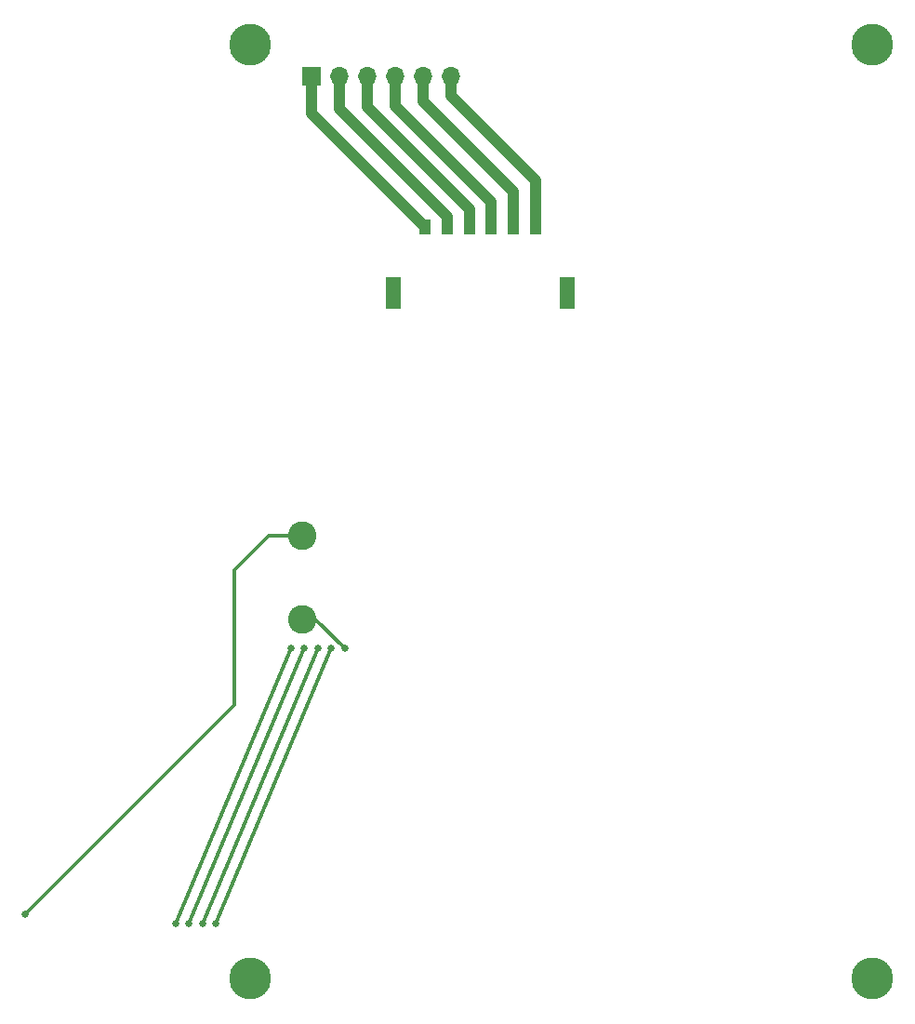
<source format=gbr>
%TF.GenerationSoftware,KiCad,Pcbnew,(6.0.5)*%
%TF.CreationDate,2022-08-19T16:14:06-07:00*%
%TF.ProjectId,Coil_Panels_Z,436f696c-5f50-4616-9e65-6c735f5a2e6b,rev?*%
%TF.SameCoordinates,Original*%
%TF.FileFunction,Copper,L6,Bot*%
%TF.FilePolarity,Positive*%
%FSLAX46Y46*%
G04 Gerber Fmt 4.6, Leading zero omitted, Abs format (unit mm)*
G04 Created by KiCad (PCBNEW (6.0.5)) date 2022-08-19 16:14:06*
%MOMM*%
%LPD*%
G01*
G04 APERTURE LIST*
%TA.AperFunction,ComponentPad*%
%ADD10C,2.600000*%
%TD*%
%TA.AperFunction,ConnectorPad*%
%ADD11C,3.800000*%
%TD*%
%TA.AperFunction,ComponentPad*%
%ADD12R,1.700000X1.700000*%
%TD*%
%TA.AperFunction,ComponentPad*%
%ADD13O,1.700000X1.700000*%
%TD*%
%TA.AperFunction,SMDPad,CuDef*%
%ADD14R,1.100000X1.450000*%
%TD*%
%TA.AperFunction,SMDPad,CuDef*%
%ADD15R,1.350000X2.900000*%
%TD*%
%TA.AperFunction,ViaPad*%
%ADD16C,0.650000*%
%TD*%
%TA.AperFunction,Conductor*%
%ADD17C,1.000000*%
%TD*%
%TA.AperFunction,Conductor*%
%ADD18C,0.306000*%
%TD*%
G04 APERTURE END LIST*
D10*
%TO.P,H1,1,1*%
%TO.N,unconnected-(H1-Pad1)*%
X119708000Y-136558000D03*
D11*
X119708000Y-136558000D03*
%TD*%
D10*
%TO.P,TP1,1,1*%
%TO.N,Coil_IN*%
X124500000Y-96190000D03*
%TO.P,TP1,2,2*%
X124500000Y-103810000D03*
%TD*%
D12*
%TO.P,J1,1,Pin_1*%
%TO.N,Net-(J1-Pad1)*%
X125310000Y-54370000D03*
D13*
%TO.P,J1,2,Pin_2*%
%TO.N,Net-(J1-Pad2)*%
X127850000Y-54370000D03*
%TO.P,J1,3,Pin_3*%
%TO.N,Net-(J1-Pad3)*%
X130390000Y-54370000D03*
%TO.P,J1,4,Pin_4*%
%TO.N,Net-(J1-Pad4)*%
X132930000Y-54370000D03*
%TO.P,J1,5,Pin_5*%
%TO.N,Net-(J1-Pad5)*%
X135470000Y-54370000D03*
%TO.P,J1,6,Pin_6*%
%TO.N,Net-(J1-Pad6)*%
X138010000Y-54370000D03*
%TD*%
D11*
%TO.P,H4,1,1*%
%TO.N,unconnected-(H4-Pad1)*%
X176382000Y-136558000D03*
D10*
X176382000Y-136558000D03*
%TD*%
D11*
%TO.P,H2,1,1*%
%TO.N,unconnected-(H2-Pad1)*%
X119708000Y-51558000D03*
D10*
X119708000Y-51558000D03*
%TD*%
%TO.P,H3,1,1*%
%TO.N,unconnected-(H3-Pad1)*%
X176382000Y-51558000D03*
D11*
X176382000Y-51558000D03*
%TD*%
D14*
%TO.P,J2,1,1*%
%TO.N,Net-(J1-Pad6)*%
X145680000Y-68120000D03*
%TO.P,J2,2,2*%
%TO.N,Net-(J1-Pad5)*%
X143680000Y-68120000D03*
%TO.P,J2,3,3*%
%TO.N,Net-(J1-Pad4)*%
X141680000Y-68120000D03*
%TO.P,J2,4,4*%
%TO.N,Net-(J1-Pad3)*%
X139680000Y-68120000D03*
%TO.P,J2,5,5*%
%TO.N,Net-(J1-Pad2)*%
X137680000Y-68120000D03*
%TO.P,J2,6,6*%
%TO.N,Net-(J1-Pad1)*%
X135680000Y-68120000D03*
D15*
%TO.P,J2,S1,SHIELD1*%
%TO.N,unconnected-(J2-PadS1)*%
X148575000Y-74095000D03*
%TO.P,J2,S2,SHIELD2*%
%TO.N,unconnected-(J2-PadS2)*%
X132785000Y-74095000D03*
%TD*%
D16*
%TO.N,Coil_IN*%
X124656000Y-106452799D03*
X125880000Y-106452799D03*
X112930000Y-131544800D03*
X128328000Y-106452799D03*
X115378000Y-131544800D03*
X116602000Y-131544800D03*
X99260000Y-130650000D03*
X114154000Y-131544800D03*
X123432000Y-106452799D03*
X127104000Y-106452799D03*
%TD*%
D17*
%TO.N,Net-(J1-Pad1)*%
X125310000Y-57750000D02*
X135680000Y-68120000D01*
X125310000Y-54370000D02*
X125310000Y-57750000D01*
%TO.N,Net-(J1-Pad2)*%
X137680000Y-67180000D02*
X127850000Y-57350000D01*
X127850000Y-57350000D02*
X127850000Y-54370000D01*
X137680000Y-68120000D02*
X137680000Y-67180000D01*
%TO.N,Net-(J1-Pad3)*%
X139680000Y-66510000D02*
X130390000Y-57220000D01*
X130390000Y-57220000D02*
X130390000Y-54370000D01*
X139680000Y-68120000D02*
X139680000Y-66510000D01*
%TO.N,Net-(J1-Pad4)*%
X141680000Y-68120000D02*
X141680000Y-65870000D01*
X141680000Y-65870000D02*
X132930000Y-57120000D01*
X132930000Y-57120000D02*
X132930000Y-54370000D01*
%TO.N,Net-(J1-Pad5)*%
X135470000Y-56690000D02*
X135470000Y-54370000D01*
X143680000Y-68120000D02*
X143680000Y-64900000D01*
X143680000Y-64900000D02*
X135470000Y-56690000D01*
%TO.N,Net-(J1-Pad6)*%
X145680000Y-68120000D02*
X145680000Y-63850000D01*
X145680000Y-63850000D02*
X138010000Y-56180000D01*
X138010000Y-56180000D02*
X138010000Y-54370000D01*
D18*
%TO.N,Coil_IN*%
X99260000Y-130650000D02*
X118250000Y-111660000D01*
X118250000Y-99360000D02*
X121420000Y-96190000D01*
X114154000Y-131544800D02*
X124656000Y-106452799D01*
X115378000Y-131544800D02*
X125880000Y-106452799D01*
X118250000Y-111660000D02*
X118250000Y-99360000D01*
X125685201Y-103810000D02*
X124500000Y-103810000D01*
X128328000Y-106452799D02*
X125685201Y-103810000D01*
X112930000Y-131544800D02*
X123432000Y-106452799D01*
X121420000Y-96190000D02*
X124500000Y-96190000D01*
X116602000Y-131544800D02*
X127104000Y-106452799D01*
%TD*%
M02*

</source>
